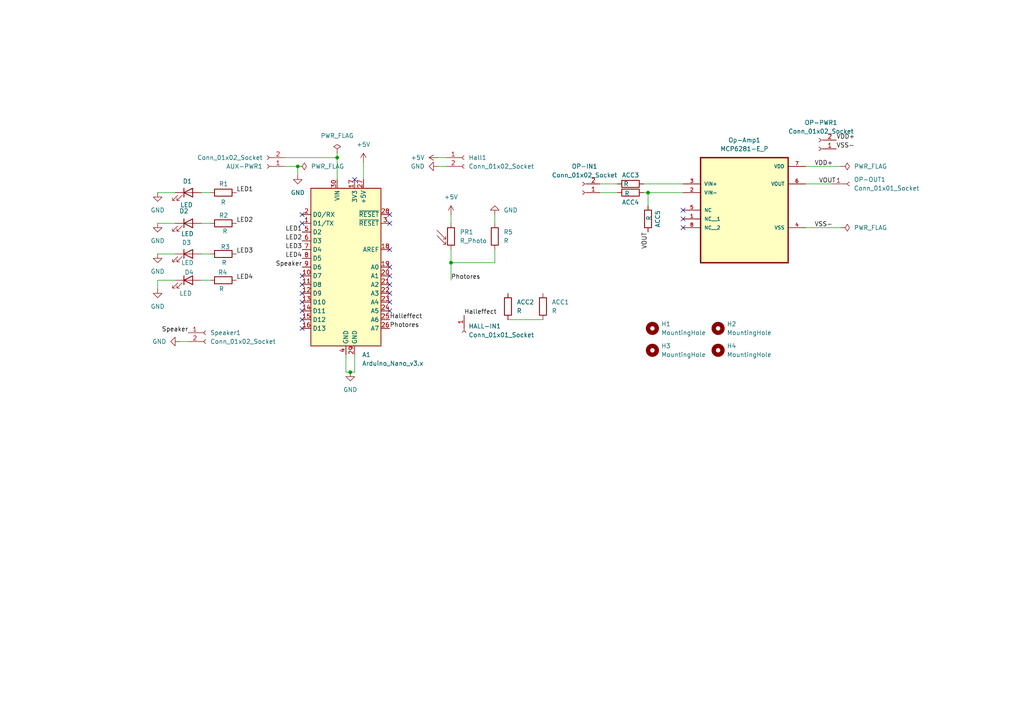
<source format=kicad_sch>
(kicad_sch (version 20250114) (generator "eeschema") (generator_version "9.0")
  (paper "A4")
  (lib_symbols
    (symbol "Connector:Conn_01x01_Socket" (pin_names (offset 1.016) (hide yes))
      (property "Reference" "J" (at 0 2.54 0))
      (property "Value" "Conn_01x01_Socket" (at 0 -2.54 0))
      (symbol "Conn_01x01_Socket_1_1"
        (polyline (pts (xy -1.27 0) (xy -0.508 0)) (stroke (width 0.1524)))
        (arc (start 0 -0.508) (mid -0.5058 0) (end 0 0.508) (stroke (width 0.1524)))
        (pin passive line (at -5.08 0 0) (length 3.81) (name "Pin_1") (number "1"))
      )
    )
    (symbol "Connector:Conn_01x02_Socket" (pin_names (offset 1.016) (hide yes))
      (property "Reference" "J" (at 0 2.54 0))
      (property "Value" "Conn_01x02_Socket" (at 0 -5.08 0))
      (symbol "Conn_01x02_Socket_1_1"
        (polyline (pts (xy -1.27 0) (xy -0.508 0)) (stroke (width 0.1524)))
        (polyline (pts (xy -1.27 -2.54) (xy -0.508 -2.54)) (stroke (width 0.1524)))
        (arc (start 0 -0.508) (mid -0.5058 0) (end 0 0.508) (stroke (width 0.1524)))
        (arc (start 0 -3.048) (mid -0.5058 -2.54) (end 0 -2.032) (stroke (width 0.1524)))
        (pin passive line (at -5.08 0 0) (length 3.81) (name "Pin_1") (number "1"))
        (pin passive line (at -5.08 -2.54 0) (length 3.81) (name "Pin_2") (number "2"))
      )
    )
    (symbol "Device:LED" (pin_numbers (hide yes)) (pin_names (offset 1.016) (hide yes))
      (property "Reference" "D" (at 0 2.54 0))
      (property "Value" "LED" (at 0 -2.54 0))
      (symbol "LED_0_1"
        (polyline (pts (xy -3.048 -0.762) (xy -4.572 -2.286) (xy -3.81 -2.286) (xy -4.572 -2.286) (xy -4.572 -1.524)))
        (polyline (pts (xy -1.778 -0.762) (xy -3.302 -2.286) (xy -2.54 -2.286) (xy -3.302 -2.286) (xy -3.302 -1.524)))
        (polyline (pts (xy -1.27 0) (xy 1.27 0)))
        (polyline (pts (xy -1.27 -1.27) (xy -1.27 1.27)) (stroke (width 0.254)))
        (polyline (pts (xy 1.27 -1.27) (xy 1.27 1.27) (xy -1.27 0) (xy 1.27 -1.27)) (stroke (width 0.254)))
      )
      (symbol "LED_1_1"
        (pin passive line (at -3.81 0 0) (length 2.54) (name "K") (number "1"))
        (pin passive line (at 3.81 0 180) (length 2.54) (name "A") (number "2"))
      )
    )
    (symbol "Device:R" (pin_numbers (hide yes)) (pin_names (offset 0))
      (property "Reference" "R" (at 2.032 0 90))
      (property "Value" "R" (at 0 0 90))
      (symbol "R_0_1"
        (rectangle (start -1.016 -2.54) (end 1.016 2.54) (stroke (width 0.254)))
      )
      (symbol "R_1_1"
        (pin passive line (at 0 3.81 270) (length 1.27) (name "~") (number "1"))
        (pin passive line (at 0 -3.81 90) (length 1.27) (name "~") (number "2"))
      )
    )
    (symbol "Device:R_Photo" (pin_numbers (hide yes)) (pin_names (offset 0))
      (property "Reference" "R" (at 1.27 1.27 0))
      (property "Value" "R_Photo" (at 1.27 0 0))
      (symbol "R_Photo_0_1"
        (polyline (pts (xy -1.524 -0.762) (xy -4.064 1.778)))
        (polyline (pts (xy -1.524 -0.762) (xy -2.286 -0.762)))
        (polyline (pts (xy -1.524 -0.762) (xy -1.524 0)))
        (polyline (pts (xy -1.524 -2.286) (xy -4.064 0.254)))
        (polyline (pts (xy -1.524 -2.286) (xy -2.286 -2.286)))
        (polyline (pts (xy -1.524 -2.286) (xy -1.524 -1.524)))
        (rectangle (start -1.016 2.54) (end 1.016 -2.54) (stroke (width 0.254)))
      )
      (symbol "R_Photo_1_1"
        (pin passive line (at 0 3.81 270) (length 1.27) (name "~") (number "1"))
        (pin passive line (at 0 -3.81 90) (length 1.27) (name "~") (number "2"))
      )
    )
    (symbol "MCP6281-E_P:MCP6281-E_P" (pin_names (offset 1.016))
      (property "Reference" "U" (at -12.7 13.7 0))
      (property "Value" "MCP6281-E_P" (at -12.7 -21.78 0))
      (symbol "MCP6281-E_P_0_0"
        (rectangle (start -12.7 -17.78) (end 12.7 12.7) (stroke (width 0.41)) (fill (type background)))
        (pin input line (at -17.78 5.08 0) (length 5.08) (name "VIN+") (number "3"))
        (pin input line (at -17.78 2.54 0) (length 5.08) (name "VIN-") (number "2"))
        (pin bidirectional line (at -17.78 -2.54 0) (length 5.08) (name "NC") (number "5"))
        (pin bidirectional line (at -17.78 -5.08 0) (length 5.08) (name "NC__1") (number "1"))
        (pin bidirectional line (at -17.78 -7.62 0) (length 5.08) (name "NC__2") (number "8"))
        (pin power_in line (at 17.78 10.16 180) (length 5.08) (name "VDD") (number "7"))
        (pin output line (at 17.78 5.08 180) (length 5.08) (name "VOUT") (number "6"))
        (pin power_in line (at 17.78 -7.62 180) (length 5.08) (name "VSS") (number "4"))
      )
    )
    (symbol "MCU_Module:Arduino_Nano_v3.x"
      (property "Reference" "A" (at -10.16 23.495 0))
      (property "Value" "Arduino_Nano_v3.x" (at 5.08 -24.13 0))
      (symbol "Arduino_Nano_v3.x_0_1"
        (rectangle (start -10.16 22.86) (end 10.16 -22.86) (stroke (width 0.254)) (fill (type background)))
      )
      (symbol "Arduino_Nano_v3.x_1_1"
        (pin bidirectional line (at -12.7 15.24 0) (length 2.54) (name "D0/RX") (number "2"))
        (pin bidirectional line (at -12.7 12.7 0) (length 2.54) (name "D1/TX") (number "1"))
        (pin bidirectional line (at -12.7 10.16 0) (length 2.54) (name "D2") (number "5"))
        (pin bidirectional line (at -12.7 7.62 0) (length 2.54) (name "D3") (number "6"))
        (pin bidirectional line (at -12.7 5.08 0) (length 2.54) (name "D4") (number "7"))
        (pin bidirectional line (at -12.7 2.54 0) (length 2.54) (name "D5") (number "8"))
        (pin bidirectional line (at -12.7 0 0) (length 2.54) (name "D6") (number "9"))
        (pin bidirectional line (at -12.7 -2.54 0) (length 2.54) (name "D7") (number "10"))
        (pin bidirectional line (at -12.7 -5.08 0) (length 2.54) (name "D8") (number "11"))
        (pin bidirectional line (at -12.7 -7.62 0) (length 2.54) (name "D9") (number "12"))
        (pin bidirectional line (at -12.7 -10.16 0) (length 2.54) (name "D10") (number "13"))
        (pin bidirectional line (at -12.7 -12.7 0) (length 2.54) (name "D11") (number "14"))
        (pin bidirectional line (at -12.7 -15.24 0) (length 2.54) (name "D12") (number "15"))
        (pin bidirectional line (at -12.7 -17.78 0) (length 2.54) (name "D13") (number "16"))
        (pin power_in line (at -2.54 25.4 270) (length 2.54) (name "VIN") (number "30"))
        (pin power_in line (at 0 -25.4 90) (length 2.54) (name "GND") (number "4"))
        (pin power_out line (at 2.54 25.4 270) (length 2.54) (name "3V3") (number "17"))
        (pin power_in line (at 2.54 -25.4 90) (length 2.54) (name "GND") (number "29"))
        (pin power_out line (at 5.08 25.4 270) (length 2.54) (name "+5V") (number "27"))
        (pin input line (at 12.7 15.24 180) (length 2.54) (name "~{RESET}") (number "28"))
        (pin input line (at 12.7 12.7 180) (length 2.54) (name "~{RESET}") (number "3"))
        (pin input line (at 12.7 5.08 180) (length 2.54) (name "AREF") (number "18"))
        (pin bidirectional line (at 12.7 0 180) (length 2.54) (name "A0") (number "19"))
        (pin bidirectional line (at 12.7 -2.54 180) (length 2.54) (name "A1") (number "20"))
        (pin bidirectional line (at 12.7 -5.08 180) (length 2.54) (name "A2") (number "21"))
        (pin bidirectional line (at 12.7 -7.62 180) (length 2.54) (name "A3") (number "22"))
        (pin bidirectional line (at 12.7 -10.16 180) (length 2.54) (name "A4") (number "23"))
        (pin bidirectional line (at 12.7 -12.7 180) (length 2.54) (name "A5") (number "24"))
        (pin bidirectional line (at 12.7 -15.24 180) (length 2.54) (name "A6") (number "25"))
        (pin bidirectional line (at 12.7 -17.78 180) (length 2.54) (name "A7") (number "26"))
      )
    )
    (symbol "Mechanical:MountingHole" (pin_names (offset 1.016)) (exclude_from_sim yes) (in_bom no)
      (property "Reference" "H" (at 0 5.08 0))
      (property "Value" "MountingHole" (at 0 3.175 0))
      (symbol "MountingHole_0_1"
        (circle (center 0 0) (radius 1.27) (stroke (width 1.27)))
      )
    )
    (symbol "power:+5V" (power) (pin_numbers (hide yes)) (pin_names (offset 0) (hide yes))
      (property "Value" "+5V" (at 0 3.556 0))
      (symbol "+5V_0_1"
        (polyline (pts (xy -0.762 1.27) (xy 0 2.54)))
        (polyline (pts (xy 0 2.54) (xy 0.762 1.27)))
        (polyline (pts (xy 0 0) (xy 0 2.54)))
      )
      (symbol "+5V_1_1"
        (pin power_in line (at 0 0 90) (length 0) (name "~") (number "1"))
      )
    )
    (symbol "power:GND" (power) (pin_numbers (hide yes)) (pin_names (offset 0) (hide yes))
      (property "Value" "GND" (at 0 -3.81 0))
      (symbol "GND_0_1"
        (polyline (pts (xy 0 0) (xy 0 -1.27) (xy 1.27 -1.27) (xy 0 -2.54) (xy -1.27 -1.27) (xy 0 -1.27)))
      )
      (symbol "GND_1_1"
        (pin power_in line (at 0 0 270) (length 0) (name "~") (number "1"))
      )
    )
    (symbol "power:PWR_FLAG" (power) (pin_numbers (hide yes)) (pin_names (offset 0) (hide yes))
      (property "Value" "PWR_FLAG" (at 0 3.81 0))
      (symbol "PWR_FLAG_0_0"
        (pin power_out line (at 0 0 90) (length 0) (name "~") (number "1"))
      )
      (symbol "PWR_FLAG_0_1"
        (polyline (pts (xy 0 0) (xy 0 1.27) (xy -1.016 1.905) (xy 0 2.54) (xy 1.016 1.905) (xy 0 1.27)))
      )
    )
  )
  (junction (at 130.81 76.2))
  (junction (at 101.6 107.95))
  (junction (at 86.36 48.26))
  (junction (at 187.96 55.88))
  (junction (at 97.79 45.72))
  (no_connect (at 87.63 62.23))
  (no_connect (at 113.03 85.09))
  (no_connect (at 113.03 80.01))
  (no_connect (at 113.03 90.17))
  (no_connect (at 87.63 85.09))
  (no_connect (at 87.63 64.77))
  (no_connect (at 87.63 90.17))
  (no_connect (at 198.12 60.96))
  (no_connect (at 198.12 63.5))
  (no_connect (at 87.63 95.25))
  (no_connect (at 87.63 82.55))
  (no_connect (at 113.03 72.39))
  (no_connect (at 87.63 87.63))
  (no_connect (at 113.03 64.77))
  (no_connect (at 102.87 52.07))
  (no_connect (at 113.03 77.47))
  (no_connect (at 198.12 66.04))
  (no_connect (at 87.63 92.71))
  (no_connect (at 87.63 80.01))
  (no_connect (at 113.03 82.55))
  (no_connect (at 113.03 62.23))
  (no_connect (at 113.03 87.63))
  (wire (pts (xy 105.41 46.99) (xy 105.41 52.07)))
  (wire (pts (xy 173.99 53.34) (xy 179.07 53.34)))
  (wire (pts (xy 45.72 81.28) (xy 50.8 81.28)))
  (wire (pts (xy 45.72 73.66) (xy 50.8 73.66)))
  (wire (pts (xy 187.96 55.88) (xy 187.96 59.69)))
  (wire (pts (xy 233.68 53.34) (xy 241.3 53.34)))
  (wire (pts (xy 143.51 62.23) (xy 143.51 64.77)))
  (wire (pts (xy 97.79 44.45) (xy 97.79 45.72)))
  (wire (pts (xy 58.42 73.66) (xy 60.96 73.66)))
  (wire (pts (xy 45.72 64.77) (xy 50.8 64.77)))
  (wire (pts (xy 100.33 102.87) (xy 100.33 107.95)))
  (wire (pts (xy 186.69 55.88) (xy 187.96 55.88)))
  (wire (pts (xy 147.32 92.71) (xy 157.48 92.71)))
  (wire (pts (xy 58.42 81.28) (xy 60.96 81.28)))
  (wire (pts (xy 130.81 72.39) (xy 130.81 76.2)))
  (wire (pts (xy 102.87 102.87) (xy 102.87 107.95)))
  (wire (pts (xy 97.79 45.72) (xy 97.79 52.07)))
  (wire (pts (xy 127 48.26) (xy 129.54 48.26)))
  (wire (pts (xy 173.99 55.88) (xy 179.07 55.88)))
  (wire (pts (xy 58.42 55.88) (xy 60.96 55.88)))
  (wire (pts (xy 82.55 48.26) (xy 86.36 48.26)))
  (wire (pts (xy 58.42 64.77) (xy 60.96 64.77)))
  (wire (pts (xy 143.51 76.2) (xy 143.51 72.39)))
  (wire (pts (xy 186.69 53.34) (xy 198.12 53.34)))
  (wire (pts (xy 130.81 76.2) (xy 130.81 81.28)))
  (wire (pts (xy 233.68 66.04) (xy 243.84 66.04)))
  (wire (pts (xy 130.81 76.2) (xy 143.51 76.2)))
  (wire (pts (xy 52.07 99.06) (xy 54.61 99.06)))
  (wire (pts (xy 127 45.72) (xy 129.54 45.72)))
  (wire (pts (xy 86.36 48.26) (xy 86.36 50.8)))
  (wire (pts (xy 82.55 45.72) (xy 97.79 45.72)))
  (wire (pts (xy 102.87 107.95) (xy 101.6 107.95)))
  (wire (pts (xy 100.33 107.95) (xy 101.6 107.95)))
  (wire (pts (xy 50.8 55.88) (xy 45.72 55.88)))
  (wire (pts (xy 233.68 48.26) (xy 243.84 48.26)))
  (wire (pts (xy 130.81 62.23) (xy 130.81 64.77)))
  (wire (pts (xy 45.72 81.28) (xy 45.72 83.82)))
  (wire (pts (xy 187.96 55.88) (xy 198.12 55.88)))
  (label "VDD+" (at 236.22 48.26 0))
  (label "LED2" (at 68.58 64.77 0))
  (label "LED2" (at 87.63 69.85 180))
  (label "Speaker" (at 87.63 77.47 180))
  (label "LED1" (at 87.63 67.31 180))
  (label "Halleffect" (at 134.62 91.44 0))
  (label "LED3" (at 68.58 73.66 0))
  (label "VOUT" (at 237.49 53.34 0))
  (label "Halleffect" (at 113.03 92.71 0))
  (label "Speaker" (at 54.61 96.52 180))
  (label "VSS-" (at 242.57 43.18 0))
  (label "VDD+" (at 242.57 40.64 0))
  (label "LED4" (at 87.63 74.93 180))
  (label "VOUT" (at 187.96 67.31 270))
  (label "LED3" (at 87.63 72.39 180))
  (label "LED4" (at 68.58 81.28 0))
  (label "Photores" (at 113.03 95.25 0))
  (label "LED1" (at 68.58 55.88 0))
  (label "Photores" (at 130.81 81.28 0))
  (label "VSS-" (at 236.22 66.04 0))
  (symbol (lib_id "Device:R") (at 64.77 55.88 270) (unit 1)
    (property "Reference" "R1" (at 63.5 53.34 90) (effects (justify left)))
    (property "Value" "R" (at 64.008 58.674 90) (effects (justify left)))
    (property "Footprint" "Resistor_THT:R_Axial_DIN0204_L3.6mm_D1.6mm_P5.08mm_Horizontal" (effects (hide yes)))
    (property "Description" "Resistor" (effects (hide yes)))
  )
  (symbol (lib_id "Device:LED") (at 54.61 73.66 0) (unit 1)
    (property "Reference" "D3" (at 54.102 70.358 0))
    (property "Value" "LED" (at 54.356 76.2 0))
    (property "Footprint" "LED_THT:LED_D3.0mm" (effects (hide yes)))
    (property "Description" "Light emitting diode" (effects (hide yes)))
    (property "Sim.Pins" "1=K 2=A" (effects (hide yes)))
  )
  (symbol (lib_id "power:GND") (at 101.6 107.95 0) (unit 1)
    (property "Reference" "#PWR02" (effects (hide yes)))
    (property "Value" "GND" (at 101.6 113.03 0))
    (property "Description" "Power symbol creates a global label with name \"GND\" , ground" (effects (hide yes)))
  )
  (symbol (lib_id "Connector:Conn_01x02_Socket") (at 168.91 55.88 180) (unit 1)
    (property "Reference" "OP-IN1" (at 169.545 48.26 0))
    (property "Value" "Conn_01x02_Socket" (at 169.545 50.8 0))
    (property "Footprint" "Connector_PinSocket_2.54mm:PinSocket_1x02_P2.54mm_Vertical" (effects (hide yes)))
    (property "Description" "Generic connector, single row, 01x02, script generated" (effects (hide yes)))
  )
  (symbol (lib_id "Connector:Conn_01x01_Socket") (at 246.38 53.34 0) (unit 1)
    (property "Reference" "OP-OUT1" (at 247.65 52.0699 0) (effects (justify left)))
    (property "Value" "Conn_01x01_Socket" (at 247.65 54.6099 0) (effects (justify left)))
    (property "Footprint" "Connector_PinSocket_2.54mm:PinSocket_1x01_P2.54mm_Vertical" (effects (hide yes)))
    (property "Description" "Generic connector, single row, 01x01, script generated" (effects (hide yes)))
  )
  (symbol (lib_id "power:PWR_FLAG") (at 243.84 48.26 270) (unit 1)
    (property "Reference" "#FLG01" (effects (hide yes)))
    (property "Value" "PWR_FLAG" (at 247.65 48.2599 90) (effects (justify left)))
    (property "Description" "Special symbol for telling ERC where power comes from" (effects (hide yes)))
  )
  (symbol (lib_id "Device:R") (at 64.77 81.28 270) (unit 1)
    (property "Reference" "R4" (at 63.246 78.994 90) (effects (justify left)))
    (property "Value" "R" (at 63.5001 83.82 90) (effects (justify left)))
    (property "Footprint" "Resistor_THT:R_Axial_DIN0204_L3.6mm_D1.6mm_P5.08mm_Horizontal" (effects (hide yes)))
    (property "Description" "Resistor" (effects (hide yes)))
  )
  (symbol (lib_id "power:GND") (at 45.72 55.88 0) (unit 1)
    (property "Reference" "#PWR012" (effects (hide yes)))
    (property "Value" "GND" (at 45.72 60.96 0))
    (property "Description" "Power symbol creates a global label with name \"GND\" , ground" (effects (hide yes)))
  )
  (symbol (lib_id "Device:LED") (at 54.61 81.28 0) (unit 1)
    (property "Reference" "D4" (at 54.864 78.994 0))
    (property "Value" "LED" (at 53.848 85.09 0))
    (property "Footprint" "LED_THT:LED_D3.0mm" (effects (hide yes)))
    (property "Description" "Light emitting diode" (effects (hide yes)))
    (property "Sim.Pins" "1=K 2=A" (effects (hide yes)))
  )
  (symbol (lib_id "Device:LED") (at 54.61 55.88 0) (unit 1)
    (property "Reference" "D1" (at 54.356 52.578 0))
    (property "Value" "LED" (at 54.102 59.436 0))
    (property "Footprint" "LED_THT:LED_D3.0mm" (effects (hide yes)))
    (property "Description" "Light emitting diode" (effects (hide yes)))
    (property "Sim.Pins" "1=K 2=A" (effects (hide yes)))
  )
  (symbol (lib_id "power:GND") (at 127 48.26 270) (unit 1)
    (property "Reference" "#PWR06" (effects (hide yes)))
    (property "Value" "GND" (at 123.19 48.2599 90) (effects (justify right)))
    (property "Description" "Power symbol creates a global label with name \"GND\" , ground" (effects (hide yes)))
  )
  (symbol (lib_id "power:GND") (at 45.72 64.77 0) (unit 1)
    (property "Reference" "#PWR011" (effects (hide yes)))
    (property "Value" "GND" (at 45.72 69.85 0))
    (property "Description" "Power symbol creates a global label with name \"GND\" , ground" (effects (hide yes)))
  )
  (symbol (lib_id "power:+5V") (at 105.41 46.99 0) (unit 1)
    (property "Reference" "#PWR07" (effects (hide yes)))
    (property "Value" "+5V" (at 105.41 41.91 0))
    (property "Description" "Power symbol creates a global label with name \"+5V\"" (effects (hide yes)))
  )
  (symbol (lib_id "Connector:Conn_01x02_Socket") (at 77.47 48.26 180) (unit 1)
    (property "Reference" "AUX-PWR1" (at 76.2 48.2601 0) (effects (justify left)))
    (property "Value" "Conn_01x02_Socket" (at 76.2 45.7201 0) (effects (justify left)))
    (property "Footprint" "Connector_PinSocket_2.54mm:PinSocket_1x02_P2.54mm_Vertical" (effects (hide yes)))
    (property "Description" "Generic connector, single row, 01x02, script generated" (effects (hide yes)))
  )
  (symbol (lib_id "Mechanical:MountingHole") (at 208.28 101.6 0) (unit 1) (exclude_from_sim yes) (in_bom no)
    (property "Reference" "H4" (at 210.82 100.3299 0) (effects (justify left)))
    (property "Value" "MountingHole" (at 210.82 102.8699 0) (effects (justify left)))
    (property "Footprint" "MountingHole:MountingHole_2.7mm" (effects (hide yes)))
    (property "Description" "Mounting Hole without connection" (effects (hide yes)))
  )
  (symbol (lib_id "MCU_Module:Arduino_Nano_v3.x") (at 100.33 77.47 0) (unit 1)
    (property "Reference" "A1" (at 105.0133 102.87 0) (effects (justify left)))
    (property "Value" "Arduino_Nano_v3.x" (at 105.0133 105.41 0) (effects (justify left)))
    (property "Footprint" "Module:Arduino_Nano" (effects (hide yes)))
    (property "Datasheet" "http://www.mouser.com/pdfdocs/Gravitech_Arduino_Nano3_0.pdf" (effects (hide yes)))
    (property "Description" "Arduino Nano v3.x" (effects (hide yes)))
  )
  (symbol (lib_id "Mechanical:MountingHole") (at 208.28 95.25 0) (unit 1) (exclude_from_sim yes) (in_bom no)
    (property "Reference" "H2" (at 210.82 93.9799 0) (effects (justify left)))
    (property "Value" "MountingHole" (at 210.82 96.5199 0) (effects (justify left)))
    (property "Footprint" "MountingHole:MountingHole_2.7mm" (effects (hide yes)))
    (property "Description" "Mounting Hole without connection" (effects (hide yes)))
  )
  (symbol (lib_id "power:+5V") (at 127 45.72 90) (unit 1)
    (property "Reference" "#PWR03" (effects (hide yes)))
    (property "Value" "+5V" (at 123.19 45.7199 90) (effects (justify left)))
    (property "Description" "Power symbol creates a global label with name \"+5V\"" (effects (hide yes)))
  )
  (symbol (lib_id "Mechanical:MountingHole") (at 189.23 95.25 0) (unit 1) (exclude_from_sim yes) (in_bom no)
    (property "Reference" "H1" (at 191.77 93.9799 0) (effects (justify left)))
    (property "Value" "MountingHole" (at 191.77 96.5199 0) (effects (justify left)))
    (property "Footprint" "MountingHole:MountingHole_2.7mm" (effects (hide yes)))
    (property "Description" "Mounting Hole without connection" (effects (hide yes)))
  )
  (symbol (lib_id "Connector:Conn_01x01_Socket") (at 134.62 96.52 270) (unit 1)
    (property "Reference" "HALL-IN1" (at 135.89 94.6149 90) (effects (justify left)))
    (property "Value" "Conn_01x01_Socket" (at 135.89 97.1549 90) (effects (justify left)))
    (property "Footprint" "Connector_PinSocket_2.54mm:PinSocket_1x01_P2.54mm_Vertical" (effects (hide yes)))
    (property "Description" "Generic connector, single row, 01x01, script generated" (effects (hide yes)))
  )
  (symbol (lib_id "Device:R") (at 147.32 88.9 0) (unit 1)
    (property "Reference" "ACC2" (at 149.86 87.6299 0) (effects (justify left)))
    (property "Value" "R" (at 149.86 90.1699 0) (effects (justify left)))
    (property "Footprint" "Resistor_THT:R_Axial_DIN0204_L3.6mm_D1.6mm_P5.08mm_Horizontal" (effects (hide yes)))
    (property "Description" "Resistor" (effects (hide yes)))
  )
  (symbol (lib_id "Mechanical:MountingHole") (at 189.23 101.6 0) (unit 1) (exclude_from_sim yes) (in_bom no)
    (property "Reference" "H3" (at 191.77 100.3299 0) (effects (justify left)))
    (property "Value" "MountingHole" (at 191.77 102.8699 0) (effects (justify left)))
    (property "Footprint" "MountingHole:MountingHole_2.7mm" (effects (hide yes)))
    (property "Description" "Mounting Hole without connection" (effects (hide yes)))
  )
  (symbol (lib_id "MCP6281-E_P:MCP6281-E_P") (at 215.9 58.42 0) (unit 1)
    (property "Reference" "Op-Amp1" (at 215.9 40.64 0))
    (property "Value" "MCP6281-E_P" (at 215.9 43.18 0))
    (property "Footprint" "MCP6281_E_P:DIP787W46P254L927H533Q8" (effects (hide yes)))
  )
  (symbol (lib_id "power:GND") (at 45.72 73.66 0) (unit 1)
    (property "Reference" "#PWR010" (effects (hide yes)))
    (property "Value" "GND" (at 45.72 78.74 0))
    (property "Description" "Power symbol creates a global label with name \"GND\" , ground" (effects (hide yes)))
  )
  (symbol (lib_id "Device:R") (at 182.88 53.34 270) (unit 1)
    (property "Reference" "ACC3" (at 182.88 50.8 90))
    (property "Value" "R" (at 181.61 53.34 90))
    (property "Footprint" "Resistor_THT:R_Axial_DIN0204_L3.6mm_D1.6mm_P5.08mm_Horizontal" (effects (hide yes)))
    (property "Description" "Resistor" (effects (hide yes)))
  )
  (symbol (lib_id "Device:R") (at 64.77 73.66 270) (unit 1)
    (property "Reference" "R3" (at 64.008 71.628 90) (effects (justify left)))
    (property "Value" "R" (at 64.262 76.2 90) (effects (justify left)))
    (property "Footprint" "Resistor_THT:R_Axial_DIN0204_L3.6mm_D1.6mm_P5.08mm_Horizontal" (effects (hide yes)))
    (property "Description" "Resistor" (effects (hide yes)))
  )
  (symbol (lib_id "Connector:Conn_01x02_Socket") (at 237.49 43.18 180) (unit 1)
    (property "Reference" "OP-PWR1" (at 238.125 35.56 0))
    (property "Value" "Conn_01x02_Socket" (at 238.125 38.1 0))
    (property "Footprint" "Connector_PinSocket_2.54mm:PinSocket_1x02_P2.54mm_Vertical" (effects (hide yes)))
    (property "Description" "Generic connector, single row, 01x02, script generated" (effects (hide yes)))
  )
  (symbol (lib_id "power:GND") (at 45.72 83.82 0) (unit 1)
    (property "Reference" "#PWR08" (effects (hide yes)))
    (property "Value" "GND" (at 45.72 88.9 0))
    (property "Description" "Power symbol creates a global label with name \"GND\" , ground" (effects (hide yes)))
  )
  (symbol (lib_id "power:PWR_FLAG") (at 97.79 44.45 0) (unit 1)
    (property "Reference" "#FLG03" (effects (hide yes)))
    (property "Value" "PWR_FLAG" (at 97.79 39.37 0))
    (property "Description" "Special symbol for telling ERC where power comes from" (effects (hide yes)))
  )
  (symbol (lib_id "Device:R") (at 143.51 68.58 0) (unit 1)
    (property "Reference" "R5" (at 146.05 67.3099 0) (effects (justify left)))
    (property "Value" "R" (at 146.05 69.8499 0) (effects (justify left)))
    (property "Footprint" "Resistor_THT:R_Axial_DIN0204_L3.6mm_D1.6mm_P5.08mm_Horizontal" (effects (hide yes)))
    (property "Description" "Resistor" (effects (hide yes)))
  )
  (symbol (lib_id "Device:LED") (at 54.61 64.77 0) (unit 1)
    (property "Reference" "D2" (at 53.34 61.214 0))
    (property "Value" "LED" (at 54.356 67.818 0))
    (property "Footprint" "LED_THT:LED_D3.0mm" (effects (hide yes)))
    (property "Description" "Light emitting diode" (effects (hide yes)))
    (property "Sim.Pins" "1=K 2=A" (effects (hide yes)))
  )
  (symbol (lib_id "power:PWR_FLAG") (at 86.36 48.26 270) (unit 1)
    (property "Reference" "#FLG04" (effects (hide yes)))
    (property "Value" "PWR_FLAG" (at 90.17 48.2599 90) (effects (justify left)))
    (property "Description" "Special symbol for telling ERC where power comes from" (effects (hide yes)))
  )
  (symbol (lib_id "Device:R") (at 182.88 55.88 90) (unit 1)
    (property "Reference" "ACC4" (at 182.88 58.674 90))
    (property "Value" "R" (at 181.864 56.134 90))
    (property "Footprint" "Resistor_THT:R_Axial_DIN0204_L3.6mm_D1.6mm_P5.08mm_Horizontal" (effects (hide yes)))
    (property "Description" "Resistor" (effects (hide yes)))
  )
  (symbol (lib_id "power:GND") (at 143.51 62.23 180) (unit 1)
    (property "Reference" "#PWR04" (effects (hide yes)))
    (property "Value" "GND" (at 146.05 60.9599 0) (effects (justify right)))
    (property "Description" "Power symbol creates a global label with name \"GND\" , ground" (effects (hide yes)))
  )
  (symbol (lib_id "power:+5V") (at 130.81 62.23 0) (unit 1)
    (property "Reference" "#PWR05" (effects (hide yes)))
    (property "Value" "+5V" (at 130.81 57.15 0))
    (property "Description" "Power symbol creates a global label with name \"+5V\"" (effects (hide yes)))
  )
  (symbol (lib_id "power:GND") (at 52.07 99.06 270) (unit 1)
    (property "Reference" "#PWR09" (effects (hide yes)))
    (property "Value" "GND" (at 48.26 99.0599 90) (effects (justify right)))
    (property "Description" "Power symbol creates a global label with name \"GND\" , ground" (effects (hide yes)))
  )
  (symbol (lib_id "Device:R_Photo") (at 130.81 68.58 0) (unit 1)
    (property "Reference" "PR1" (at 133.35 67.3099 0) (effects (justify left)))
    (property "Value" "R_Photo" (at 133.35 69.8499 0) (effects (justify left)))
    (property "Footprint" "Resistor_THT:R_Axial_DIN0204_L3.6mm_D1.6mm_P5.08mm_Horizontal" (effects (hide yes)))
    (property "Description" "Photoresistor" (effects (hide yes)))
  )
  (symbol (lib_id "Device:R") (at 187.96 63.5 180) (unit 1)
    (property "Reference" "ACC5" (at 190.754 63.5 90))
    (property "Value" "R" (at 188.214 63.246 90))
    (property "Footprint" "Resistor_THT:R_Axial_DIN0204_L3.6mm_D1.6mm_P5.08mm_Horizontal" (effects (hide yes)))
    (property "Description" "Resistor" (effects (hide yes)))
  )
  (symbol (lib_id "power:GND") (at 86.36 50.8 0) (unit 1)
    (property "Reference" "#PWR01" (effects (hide yes)))
    (property "Value" "GND" (at 86.36 55.88 0))
    (property "Description" "Power symbol creates a global label with name \"GND\" , ground" (effects (hide yes)))
  )
  (symbol (lib_id "Device:R") (at 157.48 88.9 0) (unit 1)
    (property "Reference" "ACC1" (at 160.02 87.6299 0) (effects (justify left)))
    (property "Value" "R" (at 160.02 90.1699 0) (effects (justify left)))
    (property "Footprint" "Resistor_THT:R_Axial_DIN0204_L3.6mm_D1.6mm_P5.08mm_Horizontal" (effects (hide yes)))
    (property "Description" "Resistor" (effects (hide yes)))
  )
  (symbol (lib_id "Connector:Conn_01x02_Socket") (at 134.62 45.72 0) (unit 1)
    (property "Reference" "Hall1" (at 135.89 45.7199 0) (effects (justify left)))
    (property "Value" "Conn_01x02_Socket" (at 135.89 48.2599 0) (effects (justify left)))
    (property "Footprint" "Connector_PinSocket_2.54mm:PinSocket_1x02_P2.54mm_Vertical" (effects (hide yes)))
    (property "Description" "Generic connector, single row, 01x02, script generated" (effects (hide yes)))
  )
  (symbol (lib_id "power:PWR_FLAG") (at 243.84 66.04 270) (unit 1)
    (property "Reference" "#FLG02" (effects (hide yes)))
    (property "Value" "PWR_FLAG" (at 247.65 66.0399 90) (effects (justify left)))
    (property "Description" "Special symbol for telling ERC where power comes from" (effects (hide yes)))
  )
  (symbol (lib_id "Device:R") (at 64.77 64.77 270) (unit 1)
    (property "Reference" "R2" (at 63.5 62.484 90) (effects (justify left)))
    (property "Value" "R" (at 64.516 67.056 90) (effects (justify left)))
    (property "Footprint" "Resistor_THT:R_Axial_DIN0204_L3.6mm_D1.6mm_P5.08mm_Horizontal" (effects (hide yes)))
    (property "Description" "Resistor" (effects (hide yes)))
  )
  (symbol (lib_id "Connector:Conn_01x02_Socket") (at 59.69 96.52 0) (unit 1)
    (property "Reference" "Speaker1" (at 60.96 96.5199 0) (effects (justify left)))
    (property "Value" "Conn_01x02_Socket" (at 60.96 99.0599 0) (effects (justify left)))
    (property "Footprint" "Connector_PinSocket_2.54mm:PinSocket_1x02_P2.54mm_Vertical" (effects (hide yes)))
    (property "Description" "Generic connector, single row, 01x02, script generated" (effects (hide yes)))
  )
)
</source>
